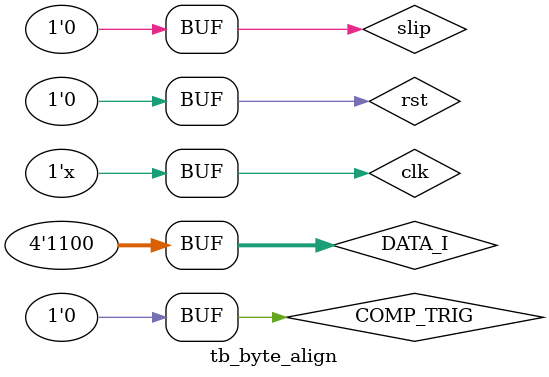
<source format=v>
`timescale 1ns / 1ps


module tb_byte_align(

    );
    
parameter C_DATA_WIDTH = 4;

reg  clk ;
reg  rst ;
reg  [C_DATA_WIDTH-1:0] DATA_I ;
wire [C_DATA_WIDTH-1:0] DATA_O ;
reg slip;
reg COMP_TRIG;
always #5 clk = ~clk;


byte_align 
#(.C_DATA_WIDTH (C_DATA_WIDTH),
  .C_FUNCTION       ("COMP" ),//= "COMP" ;// "COMP" , "SLIP"  
  .C_COMP_THRESHOLD (10)//= 100;
  )  // 4 or 8 ,default 4

byte_align_u(
.CLK_I      (clk     ),
.RST_I      (rst     ),
.DATA_I     (DATA_I  ),
.BIT_SLIP_I (slip    ), // 循环
.COMP_VAL_I (8'b10101101        ), //
.COMP_TRIG_I (COMP_TRIG),  // 
.COMP_DONE_O (COMP_DONE),  // ___|————————
.DATA_O     (DATA_O  )

);
    
initial begin
   slip = 0;
   COMP_TRIG = 0;
   DATA_I = 8'b10101100;
   clk = 0;
   rst = 1;
   #500;
   rst = 0;
   #501;
   
   slip = 1;
   #10;
   slip = 0;
   #100;
   
     slip = 1;
   #10;
   slip = 0;
   #100; 
   
     slip = 1;
   #10;
   slip = 0;
   #100; 

   slip = 1;
   #10;
   slip = 0;
   #100;
   

   slip = 1;
   #10;
   slip = 0;
   #100;
   

   slip = 1;
   #10;
   slip = 0;
   #100;
   
   COMP_TRIG = 1;
   #20;
   COMP_TRIG = 0;

   slip = 1;
   #10;
   slip = 0;
   #100;
   

   slip = 1;
   #10;
   slip = 0;
   #100;
   

   slip = 1;
   #10;
   slip = 0;
   #100;
   

   slip = 1;
   #10;
   slip = 0;
   #100;
   
   
   #200;
   DATA_I = 8'b10101100;
   
   #500;
   
   #1000;
      
   COMP_TRIG = 1;
   #20;
   COMP_TRIG = 0;
    #1000;
    
    #4000;
    
    DATA_I = 8'b10101101;
   #4000;
   
   DATA_I = 8'b10101100;
   
      
end


    
endmodule

</source>
